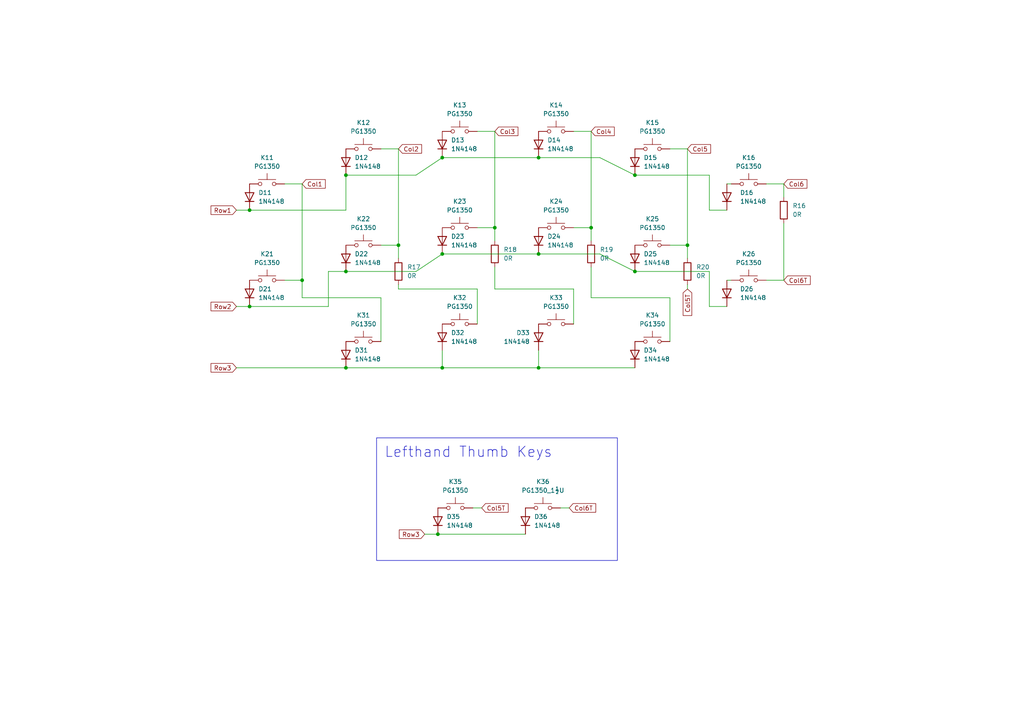
<source format=kicad_sch>
(kicad_sch (version 20231120) (generator "eeschema") (generator_version "8.0")
  (paper "A4")
  (title_block (title "Alumirror ") (rev "0.1") (company "bgkendall") (comment 1 "Split one-layer reversible keyboard PCB") (comment 2 "Key switch matrix for"))
  (lib_symbols
    (symbol "Device:D" (pin_numbers hide) (pin_names (offset 1.016) hide)
      (property "Reference" "D" (at 0 2.54 0))
      (property "Value" "D" (at 0 -2.54 0))
      (symbol "D_0_1"
        (polyline (pts (xy -1.27 1.27) (xy -1.27 -1.27)) (stroke (width 0.254)))
        (polyline (pts (xy 1.27 0) (xy -1.27 0)))
        (polyline (pts (xy 1.27 1.27) (xy 1.27 -1.27) (xy -1.27 0) (xy 1.27 1.27)) (stroke (width 0.254)))
      )
      (symbol "D_1_1"
        (pin passive line (at -3.81 0 0) (length 2.54) (name "K") (number "1"))
        (pin passive line (at 3.81 0 180) (length 2.54) (name "A") (number "2"))
      )
    )
    (symbol "Device:R" (pin_numbers hide) (pin_names (offset 0))
      (property "Reference" "R" (at 2.032 0 90))
      (property "Value" "R" (at 0 0 90))
      (symbol "R_0_1"
        (rectangle (start -1.016 -2.54) (end 1.016 2.54) (stroke (width 0.254)))
      )
      (symbol "R_1_1"
        (pin passive line (at 0 3.81 270) (length 1.27) (name "~") (number "1"))
        (pin passive line (at 0 -3.81 90) (length 1.27) (name "~") (number "2"))
      )
    )
    (symbol "Switch:SW_Push" (pin_numbers hide) (pin_names (offset 1.016) hide)
      (property "Reference" "SW" (at 1.27 2.54 0))
      (property "Value" "SW_Push" (at 0 -1.524 0))
      (symbol "SW_Push_0_1"
        (circle (center -2.032 0) (radius 0.508))
        (polyline (pts (xy 0 1.27) (xy 0 3.048)))
        (polyline (pts (xy 2.54 1.27) (xy -2.54 1.27)))
        (circle (center 2.032 0) (radius 0.508))
        (pin passive line (at -5.08 0 0) (length 2.54) (name "1") (number "1"))
        (pin passive line (at 5.08 0 180) (length 2.54) (name "2") (number "2"))
      )
    )
  )
  (junction (at 115.57 71.12))
  (junction (at 72.39 60.96))
  (junction (at 184.15 50.8))
  (junction (at 128.27 73.66))
  (junction (at 128.27 106.68))
  (junction (at 87.63 81.28))
  (junction (at 100.33 78.74))
  (junction (at 143.51 66.04))
  (junction (at 156.21 106.68))
  (junction (at 100.33 50.8))
  (junction (at 128.27 45.72))
  (junction (at 100.33 106.68))
  (junction (at 156.21 45.72))
  (junction (at 156.21 73.66))
  (junction (at 171.45 66.04))
  (junction (at 199.39 71.12))
  (junction (at 72.39 88.9))
  (junction (at 127 154.94))
  (junction (at 184.15 78.74))
  (wire (pts (xy 156.21 73.66) (xy 128.27 73.66)))
  (wire (pts (xy 120.65 78.74) (xy 100.33 78.74)))
  (wire (pts (xy 199.39 82.55) (xy 199.39 83.82)))
  (wire (pts (xy 184.15 50.8) (xy 205.74 50.8)))
  (wire (pts (xy 166.37 83.82) (xy 166.37 93.98)))
  (wire (pts (xy 138.43 83.82) (xy 138.43 93.98)))
  (wire (pts (xy 128.27 45.72) (xy 120.65 50.8)))
  (wire (pts (xy 72.39 88.9) (xy 95.25 88.9)))
  (wire (pts (xy 128.27 73.66) (xy 120.65 78.74)))
  (wire (pts (xy 171.45 66.04) (xy 171.45 69.85)))
  (wire (pts (xy 205.74 60.96) (xy 210.82 60.96)))
  (wire (pts (xy 173.99 45.72) (xy 156.21 45.72)))
  (wire (pts (xy 95.25 78.74) (xy 100.33 78.74)))
  (wire (pts (xy 162.56 147.32) (xy 165.1 147.32)))
  (wire (pts (xy 68.58 88.9) (xy 72.39 88.9)))
  (wire (pts (xy 171.45 38.1) (xy 171.45 66.04)))
  (wire (pts (xy 156.21 101.6) (xy 156.21 106.68)))
  (wire (pts (xy 184.15 78.74) (xy 205.74 78.74)))
  (wire (pts (xy 87.63 81.28) (xy 87.63 86.36)))
  (wire (pts (xy 212.09 53.34) (xy 210.82 53.34)))
  (wire (pts (xy 205.74 78.74) (xy 205.74 88.9)))
  (wire (pts (xy 212.09 81.28) (xy 210.82 81.28)))
  (wire (pts (xy 138.43 38.1) (xy 143.51 38.1)))
  (wire (pts (xy 123.19 154.94) (xy 127 154.94)))
  (wire (pts (xy 205.74 88.9) (xy 210.82 88.9)))
  (wire (pts (xy 82.55 53.34) (xy 87.63 53.34)))
  (wire (pts (xy 166.37 38.1) (xy 171.45 38.1)))
  (wire (pts (xy 184.15 50.8) (xy 173.99 45.72)))
  (wire (pts (xy 156.21 45.72) (xy 128.27 45.72)))
  (wire (pts (xy 87.63 53.34) (xy 87.63 81.28)))
  (wire (pts (xy 222.25 53.34) (xy 227.33 53.34)))
  (wire (pts (xy 143.51 38.1) (xy 143.51 66.04)))
  (wire (pts (xy 171.45 86.36) (xy 194.31 86.36)))
  (wire (pts (xy 227.33 64.77) (xy 227.33 81.28)))
  (wire (pts (xy 127 154.94) (xy 152.4 154.94)))
  (wire (pts (xy 194.31 71.12) (xy 199.39 71.12)))
  (wire (pts (xy 143.51 66.04) (xy 143.51 69.85)))
  (wire (pts (xy 222.25 81.28) (xy 227.33 81.28)))
  (wire (pts (xy 100.33 50.8) (xy 100.33 60.96)))
  (wire (pts (xy 110.49 71.12) (xy 115.57 71.12)))
  (wire (pts (xy 120.65 50.8) (xy 100.33 50.8)))
  (wire (pts (xy 110.49 43.18) (xy 115.57 43.18)))
  (wire (pts (xy 115.57 43.18) (xy 115.57 71.12)))
  (wire (pts (xy 100.33 106.68) (xy 128.27 106.68)))
  (wire (pts (xy 199.39 43.18) (xy 199.39 71.12)))
  (wire (pts (xy 199.39 71.12) (xy 199.39 74.93)))
  (wire (pts (xy 115.57 71.12) (xy 115.57 74.93)))
  (wire (pts (xy 82.55 81.28) (xy 87.63 81.28)))
  (wire (pts (xy 205.74 50.8) (xy 205.74 60.96)))
  (wire (pts (xy 110.49 86.36) (xy 110.49 99.06)))
  (wire (pts (xy 95.25 78.74) (xy 95.25 88.9)))
  (wire (pts (xy 139.7 147.32) (xy 137.16 147.32)))
  (wire (pts (xy 128.27 101.6) (xy 128.27 106.68)))
  (wire (pts (xy 184.15 78.74) (xy 173.99 73.66)))
  (wire (pts (xy 156.21 106.68) (xy 184.15 106.68)))
  (wire (pts (xy 68.58 60.96) (xy 72.39 60.96)))
  (wire (pts (xy 227.33 53.34) (xy 227.33 57.15)))
  (wire (pts (xy 128.27 106.68) (xy 156.21 106.68)))
  (wire (pts (xy 115.57 83.82) (xy 138.43 83.82)))
  (wire (pts (xy 138.43 66.04) (xy 143.51 66.04)))
  (wire (pts (xy 87.63 86.36) (xy 110.49 86.36)))
  (wire (pts (xy 68.58 106.68) (xy 100.33 106.68)))
  (wire (pts (xy 143.51 77.47) (xy 143.51 83.82)))
  (wire (pts (xy 171.45 77.47) (xy 171.45 86.36)))
  (wire (pts (xy 194.31 86.36) (xy 194.31 99.06)))
  (wire (pts (xy 166.37 66.04) (xy 171.45 66.04)))
  (wire (pts (xy 194.31 43.18) (xy 199.39 43.18)))
  (wire (pts (xy 143.51 83.82) (xy 166.37 83.82)))
  (wire (pts (xy 115.57 83.82) (xy 115.57 82.55)))
  (wire (pts (xy 72.39 60.96) (xy 100.33 60.96)))
  (wire (pts (xy 173.99 73.66) (xy 156.21 73.66)))
  (text_box "Lefthand Thumb Keys" (at 109.22 127 0) (size 69.85 35.56) (effects (font (size 3 3)) (justify left top)))
  (global_label "Col5T" (shape input) (at 199.39 83.82 270) (property "Intersheetrefs" "${INTERSHEET_REFS}" (effects (hide yes))))
  (global_label "Row3" (shape input) (at 68.58 106.68 180) (property "Intersheetrefs" "${INTERSHEET_REFS}" (effects (hide yes))))
  (global_label "Row3" (shape input) (at 123.19 154.94 180) (property "Intersheetrefs" "${INTERSHEET_REFS}" (effects (hide yes))))
  (global_label "Col6T" (shape input) (at 165.1 147.32 0) (property "Intersheetrefs" "${INTERSHEET_REFS}" (effects (hide yes))))
  (global_label "Col1" (shape input) (at 87.63 53.34 0) (property "Intersheetrefs" "${INTERSHEET_REFS}" (effects (hide yes))))
  (global_label "Col6T" (shape input) (at 227.33 81.28 0) (property "Intersheetrefs" "${INTERSHEET_REFS}" (effects (hide yes))))
  (global_label "Col5" (shape input) (at 199.39 43.18 0) (property "Intersheetrefs" "${INTERSHEET_REFS}" (effects (hide yes))))
  (global_label "Row1" (shape input) (at 68.58 60.96 180) (property "Intersheetrefs" "${INTERSHEET_REFS}" (effects (hide yes))))
  (global_label "Col3" (shape input) (at 143.51 38.1 0) (property "Intersheetrefs" "${INTERSHEET_REFS}" (effects (hide yes))))
  (global_label "Col5T" (shape input) (at 139.7 147.32 0) (property "Intersheetrefs" "${INTERSHEET_REFS}" (effects (hide yes))))
  (global_label "Col4" (shape input) (at 171.45 38.1 0) (property "Intersheetrefs" "${INTERSHEET_REFS}" (effects (hide yes))))
  (global_label "Col6" (shape input) (at 227.33 53.34 0) (property "Intersheetrefs" "${INTERSHEET_REFS}" (effects (hide yes))))
  (global_label "Row2" (shape input) (at 68.58 88.9 180) (property "Intersheetrefs" "${INTERSHEET_REFS}" (effects (hide yes))))
  (global_label "Col2" (shape input) (at 115.57 43.18 0) (property "Intersheetrefs" "${INTERSHEET_REFS}" (effects (hide yes))))
  (symbol (lib_id "Switch:SW_Push") (at 161.29 66.04 0) (mirror y) (unit 1)
    (property "Reference" "K24" (at 161.29 58.42 0))
    (property "Value" "PG1350" (at 161.29 60.96 0))
    (property "Footprint" "Project Library:SW_choc_v1_HS_CPG135001S30_1layer_1u" (effects (hide yes)))
    (property "Description" "Push button switch, generic, two pins" (effects (hide yes)))
  )
  (symbol (lib_id "Switch:SW_Push") (at 133.35 66.04 0) (mirror y) (unit 1)
    (property "Reference" "K23" (at 133.35 58.42 0))
    (property "Value" "PG1350" (at 133.35 60.96 0))
    (property "Footprint" "Project Library:SW_choc_v1_HS_CPG135001S30_1layer_1u" (effects (hide yes)))
    (property "Description" "Push button switch, generic, two pins" (effects (hide yes)))
  )
  (symbol (lib_id "Switch:SW_Push") (at 161.29 93.98 0) (mirror y) (unit 1)
    (property "Reference" "K33" (at 161.29 86.36 0))
    (property "Value" "PG1350" (at 161.29 88.9 0))
    (property "Footprint" "Project Library:SW_choc_v1_HS_CPG135001S30_1layer_1u" (effects (hide yes)))
    (property "Description" "Push button switch, generic, two pins" (effects (hide yes)))
  )
  (symbol (lib_id "Switch:SW_Push") (at 161.29 38.1 0) (mirror y) (unit 1)
    (property "Reference" "K14" (at 161.29 30.48 0))
    (property "Value" "PG1350" (at 161.29 33.02 0))
    (property "Footprint" "Project Library:SW_choc_v1_HS_CPG135001S30_1layer_1u" (effects (hide yes)))
    (property "Description" "Push button switch, generic, two pins" (effects (hide yes)))
  )
  (symbol (lib_id "Switch:SW_Push") (at 189.23 99.06 0) (mirror y) (unit 1)
    (property "Reference" "K34" (at 189.23 91.44 0))
    (property "Value" "PG1350" (at 189.23 93.98 0))
    (property "Footprint" "Project Library:SW_choc_v1_HS_CPG135001S30_1layer_1u" (effects (hide yes)))
    (property "Description" "Push button switch, generic, two pins" (effects (hide yes)))
  )
  (symbol (lib_id "Switch:SW_Push") (at 157.48 147.32 0) (mirror y) (unit 1)
    (property "Reference" "K36" (at 157.48 139.7 0))
    (property "Value" "PG1350_1½U" (at 157.48 142.24 0))
    (property "Footprint" "Project Library:SW_choc_v1_HS_CPG135001S30_1layer_1.5u" (effects (hide yes)))
    (property "Description" "Push button switch, generic, two pins" (effects (hide yes)))
  )
  (symbol (lib_id "Device:D") (at 152.4 151.13 90) (unit 1)
    (property "Reference" "D36" (at 154.94 149.8599 90) (effects (justify right)))
    (property "Value" "1N4148" (at 154.94 152.3999 90) (effects (justify right)))
    (property "Footprint" "Project Library:D_SOD-123_Mod" (effects (hide yes)))
    (property "Description" "Diode" (effects (hide yes)))
    (property "Sim.Device" "D" (effects (hide yes)))
    (property "Sim.Pins" "1=K 2=A" (effects (hide yes)))
  )
  (symbol (lib_id "Device:D") (at 100.33 46.99 90) (unit 1)
    (property "Reference" "D12" (at 102.87 45.7199 90) (effects (justify right)))
    (property "Value" "1N4148" (at 102.87 48.2599 90) (effects (justify right)))
    (property "Footprint" "Project Library:D_SOD-123_Mod" (effects (hide yes)))
    (property "Description" "Diode" (effects (hide yes)))
    (property "Sim.Device" "D" (effects (hide yes)))
    (property "Sim.Pins" "1=K 2=A" (effects (hide yes)))
  )
  (symbol (lib_id "Device:D") (at 100.33 102.87 90) (unit 1)
    (property "Reference" "D31" (at 102.87 101.5999 90) (effects (justify right)))
    (property "Value" "1N4148" (at 102.87 104.1399 90) (effects (justify right)))
    (property "Footprint" "Project Library:D_SOD-123_Mod" (effects (hide yes)))
    (property "Description" "Diode" (effects (hide yes)))
    (property "Sim.Device" "D" (effects (hide yes)))
    (property "Sim.Pins" "1=K 2=A" (effects (hide yes)))
  )
  (symbol (lib_id "Switch:SW_Push") (at 77.47 53.34 0) (mirror y) (unit 1)
    (property "Reference" "K11" (at 77.47 45.72 0))
    (property "Value" "PG1350" (at 77.47 48.26 0))
    (property "Footprint" "Project Library:SW_choc_v1_HS_CPG135001S30_1layer_1u" (effects (hide yes)))
    (property "Description" "Push button switch, generic, two pins" (effects (hide yes)))
  )
  (symbol (lib_id "Device:R") (at 171.45 73.66 0) (unit 1)
    (property "Reference" "R19" (at 173.99 72.3899 0) (effects (justify left)))
    (property "Value" "0R" (at 173.99 74.9299 0) (effects (justify left)))
    (property "Footprint" "Project Library:R_2010_5025Metric_Mod" (effects (hide yes)))
    (property "Description" "Resistor" (effects (hide yes)))
  )
  (symbol (lib_id "Device:R") (at 227.33 60.96 0) (unit 1)
    (property "Reference" "R16" (at 229.87 59.6899 0) (effects (justify left)))
    (property "Value" "0R" (at 229.87 62.2299 0) (effects (justify left)))
    (property "Footprint" "Project Library:R_2010_5025Metric_Mod" (effects (hide yes)))
    (property "Description" "Resistor" (effects (hide yes)))
  )
  (symbol (lib_id "Switch:SW_Push") (at 105.41 99.06 0) (mirror y) (unit 1)
    (property "Reference" "K31" (at 105.41 91.44 0))
    (property "Value" "PG1350" (at 105.41 93.98 0))
    (property "Footprint" "Project Library:SW_choc_v1_HS_CPG135001S30_1layer_1u" (effects (hide yes)))
    (property "Description" "Push button switch, generic, two pins" (effects (hide yes)))
  )
  (symbol (lib_id "Device:D") (at 184.15 46.99 90) (unit 1)
    (property "Reference" "D15" (at 186.69 45.7199 90) (effects (justify right)))
    (property "Value" "1N4148" (at 186.69 48.2599 90) (effects (justify right)))
    (property "Footprint" "Project Library:D_SOD-123_Mod" (effects (hide yes)))
    (property "Description" "Diode" (effects (hide yes)))
    (property "Sim.Device" "D" (effects (hide yes)))
    (property "Sim.Pins" "1=K 2=A" (effects (hide yes)))
  )
  (symbol (lib_id "Switch:SW_Push") (at 77.47 81.28 0) (mirror y) (unit 1)
    (property "Reference" "K21" (at 77.47 73.66 0))
    (property "Value" "PG1350" (at 77.47 76.2 0))
    (property "Footprint" "Project Library:SW_choc_v1_HS_CPG135001S30_1layer_1u" (effects (hide yes)))
    (property "Description" "Push button switch, generic, two pins" (effects (hide yes)))
  )
  (symbol (lib_id "Device:D") (at 210.82 85.09 90) (unit 1)
    (property "Reference" "D26" (at 214.63 83.8199 90) (effects (justify right)))
    (property "Value" "1N4148" (at 214.63 86.3599 90) (effects (justify right)))
    (property "Footprint" "Project Library:D_SOD-123_Mod" (effects (hide yes)))
    (property "Description" "Diode" (effects (hide yes)))
    (property "Sim.Device" "D" (effects (hide yes)))
    (property "Sim.Pins" "1=K 2=A" (effects (hide yes)))
  )
  (symbol (lib_id "Switch:SW_Push") (at 189.23 43.18 0) (mirror y) (unit 1)
    (property "Reference" "K15" (at 189.23 35.56 0))
    (property "Value" "PG1350" (at 189.23 38.1 0))
    (property "Footprint" "Project Library:SW_choc_v1_HS_CPG135001S30_1layer_1u" (effects (hide yes)))
    (property "Description" "Push button switch, generic, two pins" (effects (hide yes)))
  )
  (symbol (lib_id "Switch:SW_Push") (at 133.35 93.98 0) (mirror y) (unit 1)
    (property "Reference" "K32" (at 133.35 86.36 0))
    (property "Value" "PG1350" (at 133.35 88.9 0))
    (property "Footprint" "Project Library:SW_choc_v1_HS_CPG135001S30_1layer_1u" (effects (hide yes)))
    (property "Description" "Push button switch, generic, two pins" (effects (hide yes)))
  )
  (symbol (lib_id "Device:D") (at 128.27 97.79 90) (unit 1)
    (property "Reference" "D32" (at 130.81 96.5199 90) (effects (justify right)))
    (property "Value" "1N4148" (at 130.81 99.0599 90) (effects (justify right)))
    (property "Footprint" "Project Library:D_SOD-123_Mod" (effects (hide yes)))
    (property "Description" "Diode" (effects (hide yes)))
    (property "Sim.Device" "D" (effects (hide yes)))
    (property "Sim.Pins" "1=K 2=A" (effects (hide yes)))
  )
  (symbol (lib_id "Switch:SW_Push") (at 105.41 43.18 0) (mirror y) (unit 1)
    (property "Reference" "K12" (at 105.41 35.56 0))
    (property "Value" "PG1350" (at 105.41 38.1 0))
    (property "Footprint" "Project Library:SW_choc_v1_HS_CPG135001S30_1layer_1u" (effects (hide yes)))
    (property "Description" "Push button switch, generic, two pins" (effects (hide yes)))
  )
  (symbol (lib_id "Device:D") (at 156.21 97.79 270) (mirror x) (unit 1)
    (property "Reference" "D33" (at 153.67 96.5199 90) (effects (justify right)))
    (property "Value" "1N4148" (at 153.67 99.0599 90) (effects (justify right)))
    (property "Footprint" "Project Library:D_SOD-123_Mod" (effects (hide yes)))
    (property "Description" "Diode" (effects (hide yes)))
    (property "Sim.Device" "D" (effects (hide yes)))
    (property "Sim.Pins" "1=K 2=A" (effects (hide yes)))
  )
  (symbol (lib_id "Device:D") (at 210.82 57.15 90) (unit 1)
    (property "Reference" "D16" (at 214.63 55.8799 90) (effects (justify right)))
    (property "Value" "1N4148" (at 214.63 58.4199 90) (effects (justify right)))
    (property "Footprint" "Project Library:D_SOD-123_Mod" (effects (hide yes)))
    (property "Description" "Diode" (effects (hide yes)))
    (property "Sim.Device" "D" (effects (hide yes)))
    (property "Sim.Pins" "1=K 2=A" (effects (hide yes)))
  )
  (symbol (lib_id "Device:D") (at 184.15 102.87 90) (unit 1)
    (property "Reference" "D34" (at 186.69 101.5999 90) (effects (justify right)))
    (property "Value" "1N4148" (at 186.69 104.1399 90) (effects (justify right)))
    (property "Footprint" "Project Library:D_SOD-123_Mod" (effects (hide yes)))
    (property "Description" "Diode" (effects (hide yes)))
    (property "Sim.Device" "D" (effects (hide yes)))
    (property "Sim.Pins" "1=K 2=A" (effects (hide yes)))
  )
  (symbol (lib_id "Switch:SW_Push") (at 132.08 147.32 0) (mirror y) (unit 1)
    (property "Reference" "K35" (at 132.08 139.7 0))
    (property "Value" "PG1350" (at 132.08 142.24 0))
    (property "Footprint" "Project Library:SW_choc_v1_HS_CPG135001S30_1layer_1u" (effects (hide yes)))
    (property "Description" "Push button switch, generic, two pins" (effects (hide yes)))
  )
  (symbol (lib_id "Switch:SW_Push") (at 189.23 71.12 0) (mirror y) (unit 1)
    (property "Reference" "K25" (at 189.23 63.5 0))
    (property "Value" "PG1350" (at 189.23 66.04 0))
    (property "Footprint" "Project Library:SW_choc_v1_HS_CPG135001S30_1layer_1u" (effects (hide yes)))
    (property "Description" "Push button switch, generic, two pins" (effects (hide yes)))
  )
  (symbol (lib_id "Device:D") (at 72.39 85.09 90) (unit 1)
    (property "Reference" "D21" (at 74.93 83.8199 90) (effects (justify right)))
    (property "Value" "1N4148" (at 74.93 86.3599 90) (effects (justify right)))
    (property "Footprint" "Project Library:D_SOD-123_Mod" (effects (hide yes)))
    (property "Description" "Diode" (effects (hide yes)))
    (property "Sim.Device" "D" (effects (hide yes)))
    (property "Sim.Pins" "1=K 2=A" (effects (hide yes)))
  )
  (symbol (lib_id "Device:D") (at 128.27 41.91 90) (unit 1)
    (property "Reference" "D13" (at 130.81 40.6399 90) (effects (justify right)))
    (property "Value" "1N4148" (at 130.81 43.1799 90) (effects (justify right)))
    (property "Footprint" "Project Library:D_SOD-123_Mod" (effects (hide yes)))
    (property "Description" "Diode" (effects (hide yes)))
    (property "Sim.Device" "D" (effects (hide yes)))
    (property "Sim.Pins" "1=K 2=A" (effects (hide yes)))
  )
  (symbol (lib_id "Device:D") (at 128.27 69.85 90) (unit 1)
    (property "Reference" "D23" (at 130.81 68.5799 90) (effects (justify right)))
    (property "Value" "1N4148" (at 130.81 71.1199 90) (effects (justify right)))
    (property "Footprint" "Project Library:D_SOD-123_Mod" (effects (hide yes)))
    (property "Description" "Diode" (effects (hide yes)))
    (property "Sim.Device" "D" (effects (hide yes)))
    (property "Sim.Pins" "1=K 2=A" (effects (hide yes)))
  )
  (symbol (lib_id "Device:D") (at 184.15 74.93 90) (unit 1)
    (property "Reference" "D25" (at 186.69 73.6599 90) (effects (justify right)))
    (property "Value" "1N4148" (at 186.69 76.1999 90) (effects (justify right)))
    (property "Footprint" "Project Library:D_SOD-123_Mod" (effects (hide yes)))
    (property "Description" "Diode" (effects (hide yes)))
    (property "Sim.Device" "D" (effects (hide yes)))
    (property "Sim.Pins" "1=K 2=A" (effects (hide yes)))
  )
  (symbol (lib_id "Device:R") (at 143.51 73.66 0) (unit 1)
    (property "Reference" "R18" (at 146.05 72.3899 0) (effects (justify left)))
    (property "Value" "0R" (at 146.05 74.9299 0) (effects (justify left)))
    (property "Footprint" "Project Library:R_2010_5025Metric_Mod" (effects (hide yes)))
    (property "Description" "Resistor" (effects (hide yes)))
  )
  (symbol (lib_id "Device:D") (at 72.39 57.15 90) (unit 1)
    (property "Reference" "D11" (at 74.93 55.8799 90) (effects (justify right)))
    (property "Value" "1N4148" (at 74.93 58.4199 90) (effects (justify right)))
    (property "Footprint" "Project Library:D_SOD-123_Mod" (effects (hide yes)))
    (property "Description" "Diode" (effects (hide yes)))
    (property "Sim.Device" "D" (effects (hide yes)))
    (property "Sim.Pins" "1=K 2=A" (effects (hide yes)))
  )
  (symbol (lib_id "Device:R") (at 115.57 78.74 0) (unit 1)
    (property "Reference" "R17" (at 118.11 77.4699 0) (effects (justify left)))
    (property "Value" "0R" (at 118.11 80.0099 0) (effects (justify left)))
    (property "Footprint" "Project Library:R_2010_5025Metric_Mod" (effects (hide yes)))
    (property "Description" "Resistor" (effects (hide yes)))
  )
  (symbol (lib_id "Device:D") (at 156.21 69.85 90) (unit 1)
    (property "Reference" "D24" (at 158.75 68.5799 90) (effects (justify right)))
    (property "Value" "1N4148" (at 158.75 71.1199 90) (effects (justify right)))
    (property "Footprint" "Project Library:D_SOD-123_Mod" (effects (hide yes)))
    (property "Description" "Diode" (effects (hide yes)))
    (property "Sim.Device" "D" (effects (hide yes)))
    (property "Sim.Pins" "1=K 2=A" (effects (hide yes)))
  )
  (symbol (lib_id "Switch:SW_Push") (at 105.41 71.12 0) (mirror y) (unit 1)
    (property "Reference" "K22" (at 105.41 63.5 0))
    (property "Value" "PG1350" (at 105.41 66.04 0))
    (property "Footprint" "Project Library:SW_choc_v1_HS_CPG135001S30_1layer_1u" (effects (hide yes)))
    (property "Description" "Push button switch, generic, two pins" (effects (hide yes)))
  )
  (symbol (lib_id "Device:R") (at 199.39 78.74 0) (unit 1)
    (property "Reference" "R20" (at 201.93 77.4699 0) (effects (justify left)))
    (property "Value" "0R" (at 201.93 80.0099 0) (effects (justify left)))
    (property "Footprint" "Project Library:R_2010_5025Metric_Mod" (effects (hide yes)))
    (property "Description" "Resistor" (effects (hide yes)))
  )
  (symbol (lib_id "Switch:SW_Push") (at 133.35 38.1 0) (mirror y) (unit 1)
    (property "Reference" "K13" (at 133.35 30.48 0))
    (property "Value" "PG1350" (at 133.35 33.02 0))
    (property "Footprint" "Project Library:SW_choc_v1_HS_CPG135001S30_1layer_1u" (effects (hide yes)))
    (property "Description" "Push button switch, generic, two pins" (effects (hide yes)))
  )
  (symbol (lib_id "Switch:SW_Push") (at 217.17 81.28 0) (mirror y) (unit 1)
    (property "Reference" "K26" (at 217.17 73.66 0))
    (property "Value" "PG1350" (at 217.17 76.2 0))
    (property "Footprint" "Project Library:SW_choc_v1_HS_CPG135001S30_1layer_1u" (effects (hide yes)))
    (property "Description" "Push button switch, generic, two pins" (effects (hide yes)))
  )
  (symbol (lib_id "Device:D") (at 127 151.13 90) (unit 1)
    (property "Reference" "D35" (at 129.54 149.8599 90) (effects (justify right)))
    (property "Value" "1N4148" (at 129.54 152.3999 90) (effects (justify right)))
    (property "Footprint" "Project Library:D_SOD-123_Mod" (effects (hide yes)))
    (property "Description" "Diode" (effects (hide yes)))
    (property "Sim.Device" "D" (effects (hide yes)))
    (property "Sim.Pins" "1=K 2=A" (effects (hide yes)))
  )
  (symbol (lib_id "Device:D") (at 100.33 74.93 90) (unit 1)
    (property "Reference" "D22" (at 102.87 73.6599 90) (effects (justify right)))
    (property "Value" "1N4148" (at 102.87 76.1999 90) (effects (justify right)))
    (property "Footprint" "Project Library:D_SOD-123_Mod" (effects (hide yes)))
    (property "Description" "Diode" (effects (hide yes)))
    (property "Sim.Device" "D" (effects (hide yes)))
    (property "Sim.Pins" "1=K 2=A" (effects (hide yes)))
  )
  (symbol (lib_id "Switch:SW_Push") (at 217.17 53.34 0) (mirror y) (unit 1)
    (property "Reference" "K16" (at 217.17 45.72 0))
    (property "Value" "PG1350" (at 217.17 48.26 0))
    (property "Footprint" "Project Library:SW_choc_v1_HS_CPG135001S30_1layer_1u" (effects (hide yes)))
    (property "Description" "Push button switch, generic, two pins" (effects (hide yes)))
  )
  (symbol (lib_id "Device:D") (at 156.21 41.91 90) (unit 1)
    (property "Reference" "D14" (at 158.75 40.6399 90) (effects (justify right)))
    (property "Value" "1N4148" (at 158.75 43.1799 90) (effects (justify right)))
    (property "Footprint" "Project Library:D_SOD-123_Mod" (effects (hide yes)))
    (property "Description" "Diode" (effects (hide yes)))
    (property "Sim.Device" "D" (effects (hide yes)))
    (property "Sim.Pins" "1=K 2=A" (effects (hide yes)))
  )
)
</source>
